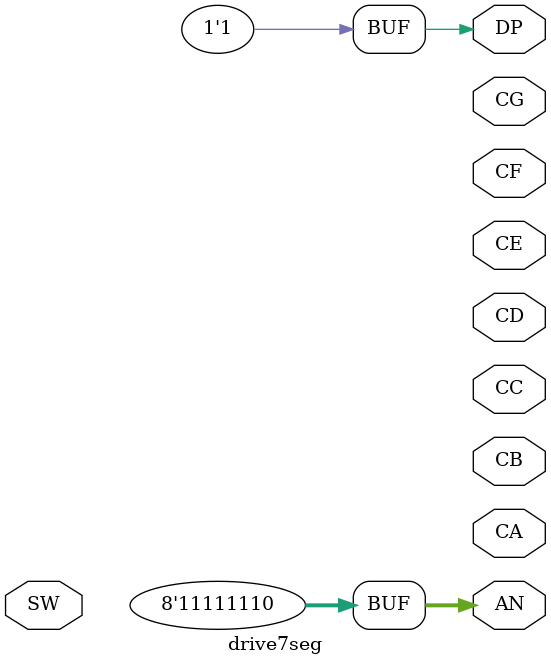
<source format=v>
module generate_7seg_bits(
    input s3,
    input s2,
    input s1,
    input s0, 
    output da,
    output db,
    output dc,
    output dd,
    output de,
    output df,
    output dg);

    // this would be more compact with a Karnaugh map for each segment da - dg
    // writing this way for readability 
    wire zero, one, two, three, four, five, six, seven, eight, nine;
    assign zero     = ~s3&~s2&~s1&~s0;
    assign one      = ~s3&~s2&~s1& s0;
    assign two      = ~s3&~s2& s1&~s0;
    assign three    = ~s3&~s2& s1& s0;
    assign four     = ~s3& s2&~s1&~s0;
    assign five     = ~s3& s2&~s1& s0;
    assign six      = ~s3& s2& s1&~s0;
    assign seven    = ~s3& s2& s1& s0;
    assign eight    =  s3&~s2&~s1&~s0;
    assign nine     =  s3&~s2&~s1& s0;
    assign ten      =  s3&~s2& s1&~s0; 
    assign eleven   =  s3&~s2& s1& s0; 
    assign twelve   =  s3& s2&~s1&~s0; 
    assign thirteen =  s3& s2&~s1& s0; 
    assign fourteen =  s3& s2& s1&~s0; 
    assign fifteen  =  s3& s2& s1& s0; 
    
    assign da = zero | two | three | five | six | seven | eight | nine | ten | fourteen | fifteen;
    assign db = zero | one | two | three | four | seven | eight | nine | ten | thirteen;
    assign dc = zero | one | three | four | five | six | seven | eight | nine | ten | eleven | thirteen ;
    assign dd = zero | two | three | five | six | eight | eleven | twelve | thirteen | fourteen ;
    assign de = zero | two | six | eight | ten | eleven | twelve | thirteen | fourteen | fifteen ;
    assign df = zero | four | five | six | eight | nine | ten | eleven | fourteen | fifteen ;
    assign dg = two | three | four | five | six | eight | nine | ten | eleven | twelve | thirteen | fourteen | fifteen ;
    
endmodule





// Here's an example wrapper for the module above that should work on a Nexys4DDR board
module drive7seg(
    input [3:0] SW,
    output CA,
    output CB,
    output CC,
    output CD,
    output CE,
    output CF,
    output CG,
    output DP,
    output [7:0] AN
);

    assign DP=1'b1; // active low, turn off

    generate_7seg_bits gen1(SW[3], SW[2], SW[1], SW[0], ~CA, ~CB, ~CC, ~CD, ~CE, ~CF, ~CG);
    
    //Which digit are you driving? only #0, reminder, active LOW
    assign AN[7:1]=7'b111_1111;
    assign AN[0]=1'b0;

endmodule

</source>
